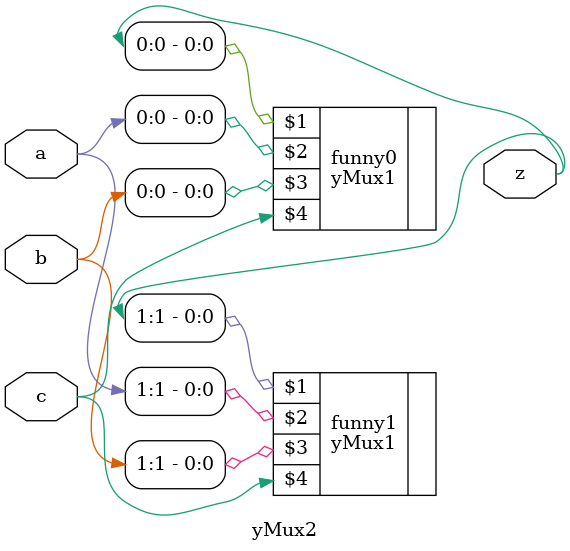
<source format=v>
module yMux2(z, a, b, c);
output [1:0] z;
input [1:0] a, b;
input c;

yMux1 funny0(z[0], a[0], b[0], c);
yMux1 funny1(z[1], a[1], b[1], c);

endmodule

</source>
